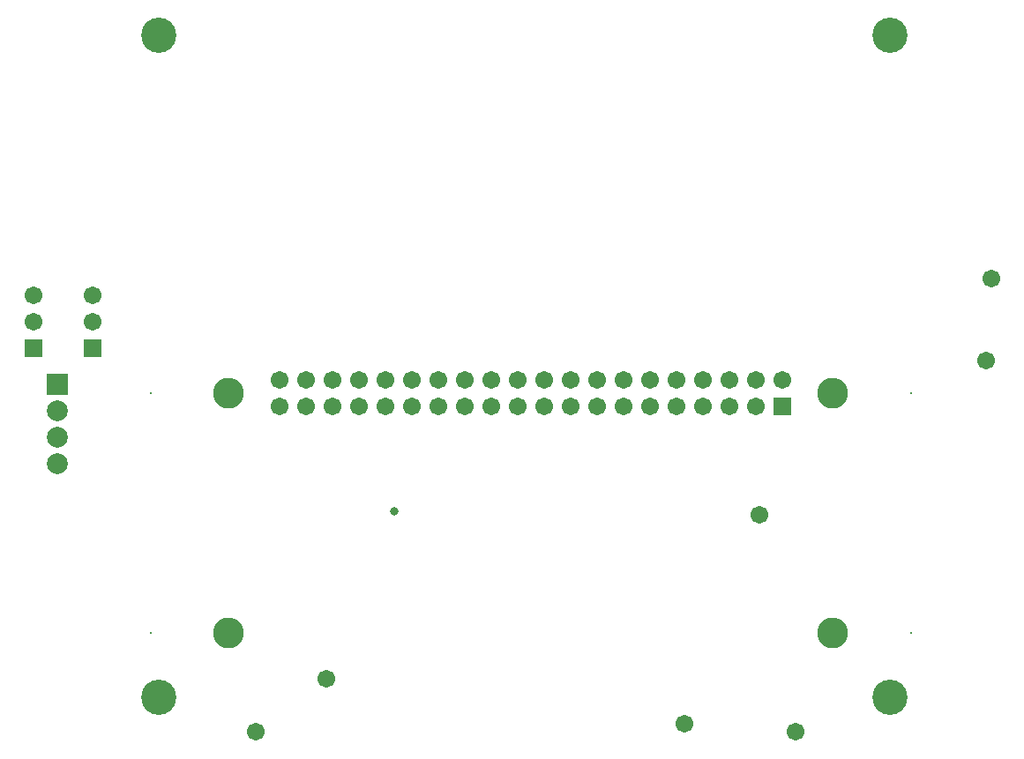
<source format=gbs>
G04 Layer_Color=16711935*
%FSLAX44Y44*%
%MOMM*%
G71*
G01*
G75*
%ADD89C,1.7032*%
%ADD90R,1.7032X1.7032*%
%ADD91C,2.0032*%
%ADD92R,2.0032X2.0032*%
%ADD93C,2.9532*%
%ADD94C,1.7112*%
%ADD95R,1.7112X1.7112*%
G04:AMPARAMS|DCode=96|XSize=0.2032mm|YSize=0.2032mm|CornerRadius=0mm|HoleSize=0mm|Usage=FLASHONLY|Rotation=0.000|XOffset=0mm|YOffset=0mm|HoleType=Round|Shape=RoundedRectangle|*
%AMROUNDEDRECTD96*
21,1,0.2032,0.2032,0,0,0.0*
21,1,0.2032,0.2032,0,0,0.0*
1,1,0.0000,0.1016,-0.1016*
1,1,0.0000,-0.1016,-0.1016*
1,1,0.0000,-0.1016,0.1016*
1,1,0.0000,0.1016,0.1016*
%
%ADD96ROUNDEDRECTD96*%
%ADD97C,3.3782*%
%ADD98C,0.8032*%
D89*
X71120Y443230D02*
D03*
Y417830D02*
D03*
X13970Y443230D02*
D03*
Y417830D02*
D03*
X295402Y75438D02*
D03*
X933450Y459740D02*
D03*
X711200Y232410D02*
D03*
X638810Y31750D02*
D03*
X227330Y24130D02*
D03*
X745490D02*
D03*
X928370Y381000D02*
D03*
D90*
X71120Y392430D02*
D03*
X13970D02*
D03*
D91*
X36830Y281940D02*
D03*
Y307340D02*
D03*
Y332740D02*
D03*
D92*
Y358140D02*
D03*
D93*
X201490Y349250D02*
D03*
Y119250D02*
D03*
X781490Y349250D02*
D03*
Y119250D02*
D03*
D94*
X250190Y361950D02*
D03*
Y336550D02*
D03*
X275590Y361950D02*
D03*
Y336550D02*
D03*
X300990Y361950D02*
D03*
Y336550D02*
D03*
X326390Y361950D02*
D03*
Y336550D02*
D03*
X351790Y361950D02*
D03*
Y336550D02*
D03*
X377190Y361950D02*
D03*
Y336550D02*
D03*
X402590Y361950D02*
D03*
Y336550D02*
D03*
X427990Y361950D02*
D03*
Y336550D02*
D03*
X453390Y361950D02*
D03*
Y336550D02*
D03*
X478790Y361950D02*
D03*
Y336550D02*
D03*
X504190Y361950D02*
D03*
Y336550D02*
D03*
X529590Y361950D02*
D03*
Y336550D02*
D03*
X554990Y361950D02*
D03*
Y336550D02*
D03*
X580390Y361950D02*
D03*
Y336550D02*
D03*
X605790Y361950D02*
D03*
Y336550D02*
D03*
X631190Y361950D02*
D03*
Y336550D02*
D03*
X656590Y361950D02*
D03*
Y336550D02*
D03*
X681990Y361950D02*
D03*
Y336550D02*
D03*
X707390Y361950D02*
D03*
Y336550D02*
D03*
X732790Y361950D02*
D03*
D95*
Y336550D02*
D03*
D96*
X126490Y349250D02*
D03*
Y119250D02*
D03*
X856490Y349250D02*
D03*
Y119250D02*
D03*
D97*
X836676Y693166D02*
D03*
Y57150D02*
D03*
X134620D02*
D03*
Y693166D02*
D03*
D98*
X360680Y236220D02*
D03*
M02*

</source>
